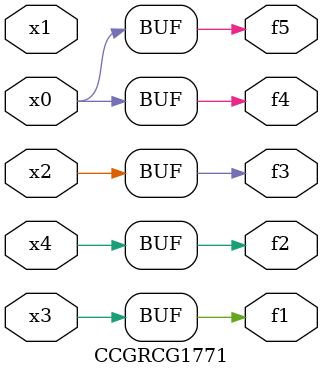
<source format=v>
module CCGRCG1771(
	input x0, x1, x2, x3, x4,
	output f1, f2, f3, f4, f5
);
	assign f1 = x3;
	assign f2 = x4;
	assign f3 = x2;
	assign f4 = x0;
	assign f5 = x0;
endmodule

</source>
